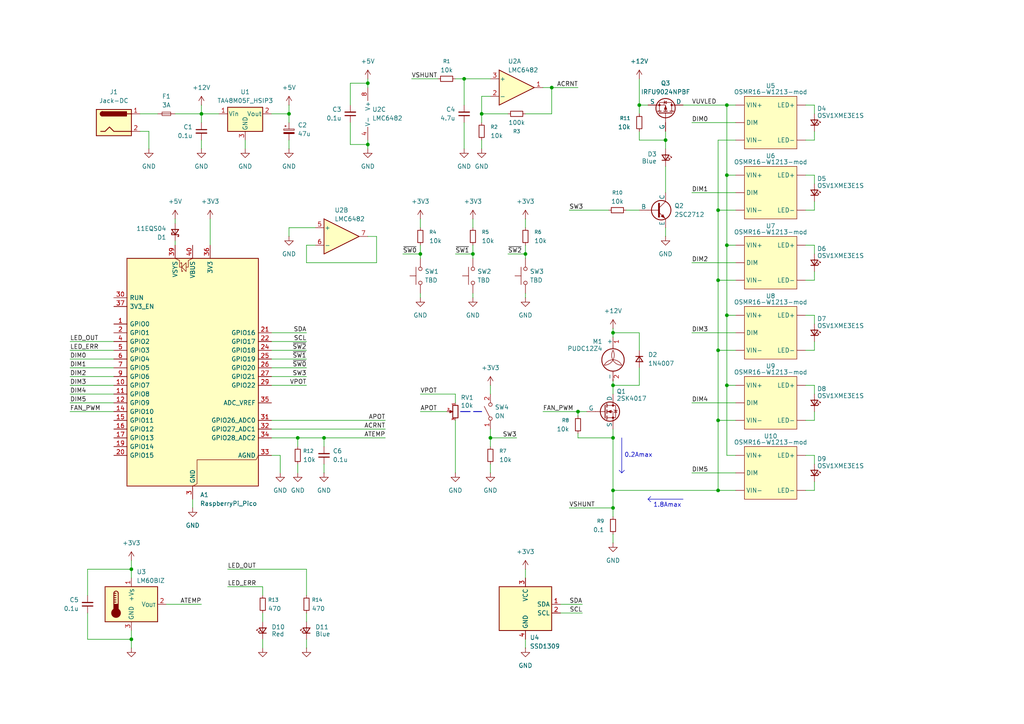
<source format=kicad_sch>
(kicad_sch (version 20250114) (generator "eeschema") (generator_version "9.0")
  (paper "A4")
  (lib_symbols
    (symbol "Amplifier_Operational:LMC6482" (pin_names (offset 0.127))
      (property "Reference" "U" (at 0 5.08 0))
      (property "Value" "LMC6482" (at 0 -5.08 0))
      (symbol "LMC6482_1_1"
        (pin input line (at -7.62 2.54 0) (length 2.54) (name "+") (number "3"))
        (pin input line (at -7.62 -2.54 0) (length 2.54) (name "-") (number "2"))
        (pin output line (at 7.62 0 180) (length 2.54) (name "~") (number "1"))
      )
      (symbol "LMC6482_2_1"
        (pin input line (at -7.62 2.54 0) (length 2.54) (name "+") (number "5"))
        (pin input line (at -7.62 -2.54 0) (length 2.54) (name "-") (number "6"))
        (pin output line (at 7.62 0 180) (length 2.54) (name "~") (number "7"))
      )
      (symbol "LMC6482_3_1"
        (pin power_in line (at -2.54 7.62 270) (length 3.81) (name "V+") (number "8"))
        (pin power_in line (at -2.54 -7.62 90) (length 3.81) (name "V-") (number "4"))
      )
    )
    (symbol "Connector:Jack-DC" (pin_names (offset 1.016))
      (property "Reference" "J" (at 0 5.334 0))
      (property "Value" "Jack-DC" (at 0 -5.08 0))
      (symbol "Jack-DC_1_1"
        (pin passive line (at 7.62 2.54 180) (length 2.54) (name "~") (number "1"))
        (pin passive line (at 7.62 -2.54 180) (length 2.54) (name "~") (number "2"))
      )
    )
    (symbol "Device:C_Polarized_Small" (pin_numbers (hide yes)) (pin_names (offset 0.254) (hide yes))
      (property "Reference" "C" (at 0.254 1.778 0))
      (property "Value" "C_Polarized_Small" (at 0.254 -2.032 0))
      (symbol "C_Polarized_Small_1_1"
        (pin passive line (at 0 2.54 270) (length 1.8542) (name "~") (number "1"))
        (pin passive line (at 0 -2.54 90) (length 1.8542) (name "~") (number "2"))
      )
    )
    (symbol "Device:C_Small" (pin_numbers (hide yes)) (pin_names (offset 0.254) (hide yes))
      (property "Reference" "C" (at 0.254 1.778 0))
      (property "Value" "C_Small" (at 0.254 -2.032 0))
      (symbol "C_Small_1_1"
        (pin passive line (at 0 2.54 270) (length 2.032) (name "~") (number "1"))
        (pin passive line (at 0 -2.54 90) (length 2.032) (name "~") (number "2"))
      )
    )
    (symbol "Device:D_Schottky_Small" (pin_numbers (hide yes)) (pin_names (offset 0.254) (hide yes))
      (property "Reference" "D" (at -1.27 2.032 0))
      (property "Value" "D_Schottky_Small" (at -7.112 -2.032 0))
      (symbol "D_Schottky_Small_1_1"
        (pin passive line (at -2.54 0 0) (length 1.778) (name "K") (number "1"))
        (pin passive line (at 2.54 0 180) (length 1.778) (name "A") (number "2"))
      )
    )
    (symbol "Device:D_Small" (pin_numbers (hide yes)) (pin_names (offset 0.254) (hide yes))
      (property "Reference" "D" (at -1.27 2.032 0))
      (property "Value" "D_Small" (at -3.81 -2.032 0))
      (symbol "D_Small_1_1"
        (pin passive line (at -2.54 0 0) (length 1.778) (name "K") (number "1"))
        (pin passive line (at 2.54 0 180) (length 1.778) (name "A") (number "2"))
      )
    )
    (symbol "Device:Fuse_Small" (pin_numbers (hide yes)) (pin_names (offset 0.254) (hide yes))
      (property "Reference" "F" (at 0 -1.524 0))
      (property "Value" "Fuse_Small" (at 0 1.524 0))
      (symbol "Fuse_Small_1_1"
        (pin passive line (at -2.54 0 0) (length 1.27) (name "~") (number "1"))
        (pin passive line (at 2.54 0 180) (length 1.27) (name "~") (number "2"))
      )
    )
    (symbol "Device:LED_Small" (pin_numbers (hide yes)) (pin_names (offset 0.254) (hide yes))
      (property "Reference" "D" (at -1.27 3.175 0))
      (property "Value" "LED_Small" (at -4.445 -2.54 0))
      (symbol "LED_Small_1_1"
        (pin passive line (at -2.54 0 0) (length 1.778) (name "K") (number "1"))
        (pin passive line (at 2.54 0 180) (length 1.778) (name "A") (number "2"))
      )
    )
    (symbol "Device:R_Potentiometer_Small" (pin_names (offset 1.016) (hide yes))
      (property "Reference" "RV" (at -4.445 0 90))
      (property "Value" "R_Potentiometer_Small" (at -2.54 0 90))
      (symbol "R_Potentiometer_Small_1_1"
        (pin passive line (at 0 2.54 270) (length 0.635) (name "1") (number "1"))
        (pin passive line (at 0 -2.54 90) (length 0.635) (name "3") (number "3"))
        (pin passive line (at 2.54 0 180) (length 0.9906) (name "2") (number "2"))
      )
    )
    (symbol "Device:R_Small" (pin_numbers (hide yes)) (pin_names (offset 0.254) (hide yes))
      (property "Reference" "R" (at 0 0 90))
      (property "Value" "R_Small" (at 1.778 0 90))
      (symbol "R_Small_1_1"
        (pin passive line (at 0 2.54 270) (length 0.762) (name "~") (number "1"))
        (pin passive line (at 0 -2.54 90) (length 0.762) (name "~") (number "2"))
      )
    )
    (symbol "MCU_Module:RaspberryPi_Pico" (pin_names (offset 0.762))
      (property "Reference" "A" (at -19.05 35.56 0))
      (property "Value" "RaspberryPi_Pico" (at 7.62 35.56 0))
      (symbol "RaspberryPi_Pico_1_1"
        (pin passive line (at -22.86 22.86 0) (length 3.81) (name "RUN") (number "30"))
        (pin passive line (at -22.86 20.32 0) (length 3.81) (name "3V3_EN") (number "37"))
        (pin bidirectional line (at -22.86 15.24 0) (length 3.81) (name "GPIO0") (number "1"))
        (pin bidirectional line (at -22.86 12.7 0) (length 3.81) (name "GPIO1") (number "2"))
        (pin bidirectional line (at -22.86 10.16 0) (length 3.81) (name "GPIO2") (number "4"))
        (pin bidirectional line (at -22.86 7.62 0) (length 3.81) (name "GPIO3") (number "5"))
        (pin bidirectional line (at -22.86 5.08 0) (length 3.81) (name "GPIO4") (number "6"))
        (pin bidirectional line (at -22.86 2.54 0) (length 3.81) (name "GPIO5") (number "7"))
        (pin bidirectional line (at -22.86 0 0) (length 3.81) (name "GPIO6") (number "9"))
        (pin bidirectional line (at -22.86 -2.54 0) (length 3.81) (name "GPIO7") (number "10"))
        (pin bidirectional line (at -22.86 -5.08 0) (length 3.81) (name "GPIO8") (number "11"))
        (pin bidirectional line (at -22.86 -7.62 0) (length 3.81) (name "GPIO9") (number "12"))
        (pin bidirectional line (at -22.86 -10.16 0) (length 3.81) (name "GPIO10") (number "14"))
        (pin bidirectional line (at -22.86 -12.7 0) (length 3.81) (name "GPIO11") (number "15"))
        (pin bidirectional line (at -22.86 -15.24 0) (length 3.81) (name "GPIO12") (number "16"))
        (pin bidirectional line (at -22.86 -17.78 0) (length 3.81) (name "GPIO13") (number "17"))
        (pin bidirectional line (at -22.86 -20.32 0) (length 3.81) (name "GPIO14") (number "19"))
        (pin bidirectional line (at -22.86 -22.86 0) (length 3.81) (name "GPIO15") (number "20"))
        (pin power_in line (at -5.08 38.1 270) (length 3.81) (name "VSYS") (number "39"))
        (pin power_out line (at 0 38.1 270) (length 3.81) (name "VBUS") (number "40"))
        (pin passive line (at 0 -35.56 90) (length 3.81) (hide yes) (name "GND") (number "13"))
        (pin passive line (at 0 -35.56 90) (length 3.81) (hide yes) (name "GND") (number "18"))
        (pin passive line (at 0 -35.56 90) (length 3.81) (hide yes) (name "GND") (number "23"))
        (pin passive line (at 0 -35.56 90) (length 3.81) (hide yes) (name "GND") (number "28"))
        (pin power_out line (at 0 -35.56 90) (length 3.81) (name "GND") (number "3"))
        (pin passive line (at 0 -35.56 90) (length 3.81) (hide yes) (name "GND") (number "38"))
        (pin passive line (at 0 -35.56 90) (length 3.81) (hide yes) (name "GND") (number "8"))
        (pin power_out line (at 5.08 38.1 270) (length 3.81) (name "3V3") (number "36"))
        (pin bidirectional line (at 22.86 12.7 180) (length 3.81) (name "GPIO16") (number "21"))
        (pin bidirectional line (at 22.86 10.16 180) (length 3.81) (name "GPIO17") (number "22"))
        (pin bidirectional line (at 22.86 7.62 180) (length 3.81) (name "GPIO18") (number "24"))
        (pin bidirectional line (at 22.86 5.08 180) (length 3.81) (name "GPIO19") (number "25"))
        (pin bidirectional line (at 22.86 2.54 180) (length 3.81) (name "GPIO20") (number "26"))
        (pin bidirectional line (at 22.86 0 180) (length 3.81) (name "GPIO21") (number "27"))
        (pin bidirectional line (at 22.86 -2.54 180) (length 3.81) (name "GPIO22") (number "29"))
        (pin power_in line (at 22.86 -7.62 180) (length 3.81) (name "ADC_VREF") (number "35"))
        (pin bidirectional line (at 22.86 -12.7 180) (length 3.81) (name "GPIO26_ADC0") (number "31"))
        (pin bidirectional line (at 22.86 -15.24 180) (length 3.81) (name "GPIO27_ADC1") (number "32"))
        (pin bidirectional line (at 22.86 -17.78 180) (length 3.81) (name "GPIO28_ADC2") (number "34"))
        (pin power_out line (at 22.86 -22.86 180) (length 3.81) (name "AGND") (number "33"))
      )
    )
    (symbol "Motor:Fan" (pin_names (offset 0))
      (property "Reference" "M" (at 2.54 5.08 0))
      (property "Value" "Fan" (at 2.54 -2.54 0))
      (symbol "Fan_1_1"
        (pin passive line (at 0 7.62 270) (length 2.54) (name "+") (number "1"))
        (pin passive line (at 0 -5.08 90) (length 2.54) (name "-") (number "2"))
      )
    )
    (symbol "OSMR16-W1213-mod_1"
      (property "Reference" "U" (at 0 11.938 0))
      (property "Value" "OSMR16-W1213-mod" (at 0 9.398 0))
      (symbol "OSMR16-W1213-mod_1_1_1"
        (pin power_in line (at -10.16 5.08 0) (length 2.54) (name "VIN+") (number ""))
        (pin input line (at -10.16 0 0) (length 2.54) (name "DIM") (number ""))
        (pin power_in line (at -10.16 -5.08 0) (length 2.54) (name "VIN-") (number ""))
        (pin output line (at 10.16 5.08 180) (length 2.54) (name "LED+") (number ""))
        (pin output line (at 10.16 -5.08 180) (length 2.54) (name "LED-") (number ""))
      )
    )
    (symbol "OSMR16-W1213-mod_2"
      (property "Reference" "U" (at 0 11.938 0))
      (property "Value" "OSMR16-W1213-mod" (at 0 9.398 0))
      (symbol "OSMR16-W1213-mod_2_1_1"
        (pin power_in line (at -10.16 5.08 0) (length 2.54) (name "VIN+") (number ""))
        (pin input line (at -10.16 0 0) (length 2.54) (name "DIM") (number ""))
        (pin power_in line (at -10.16 -5.08 0) (length 2.54) (name "VIN-") (number ""))
        (pin output line (at 10.16 5.08 180) (length 2.54) (name "LED+") (number ""))
        (pin output line (at 10.16 -5.08 180) (length 2.54) (name "LED-") (number ""))
      )
    )
    (symbol "OSMR16-W1213-mod_3"
      (property "Reference" "U" (at 0 11.938 0))
      (property "Value" "OSMR16-W1213-mod" (at 0 9.398 0))
      (symbol "OSMR16-W1213-mod_3_1_1"
        (pin power_in line (at -10.16 5.08 0) (length 2.54) (name "VIN+") (number ""))
        (pin input line (at -10.16 0 0) (length 2.54) (name "DIM") (number ""))
        (pin power_in line (at -10.16 -5.08 0) (length 2.54) (name "VIN-") (number ""))
        (pin output line (at 10.16 5.08 180) (length 2.54) (name "LED+") (number ""))
        (pin output line (at 10.16 -5.08 180) (length 2.54) (name "LED-") (number ""))
      )
    )
    (symbol "OSMR16-W1213-mod_4"
      (property "Reference" "U" (at 0 11.938 0))
      (property "Value" "OSMR16-W1213-mod" (at 0 9.398 0))
      (symbol "OSMR16-W1213-mod_4_1_1"
        (pin power_in line (at -10.16 5.08 0) (length 2.54) (name "VIN+") (number ""))
        (pin input line (at -10.16 0 0) (length 2.54) (name "DIM") (number ""))
        (pin power_in line (at -10.16 -5.08 0) (length 2.54) (name "VIN-") (number ""))
        (pin output line (at 10.16 5.08 180) (length 2.54) (name "LED+") (number ""))
        (pin output line (at 10.16 -5.08 180) (length 2.54) (name "LED-") (number ""))
      )
    )
    (symbol "OSMR16-W1213-mod_5"
      (property "Reference" "U" (at 0 11.938 0))
      (property "Value" "OSMR16-W1213-mod" (at 0 9.398 0))
      (symbol "OSMR16-W1213-mod_5_1_1"
        (pin power_in line (at -10.16 5.08 0) (length 2.54) (name "VIN+") (number ""))
        (pin input line (at -10.16 0 0) (length 2.54) (name "DIM") (number ""))
        (pin power_in line (at -10.16 -5.08 0) (length 2.54) (name "VIN-") (number ""))
        (pin output line (at 10.16 5.08 180) (length 2.54) (name "LED+") (number ""))
        (pin output line (at 10.16 -5.08 180) (length 2.54) (name "LED-") (number ""))
      )
    )
    (symbol "OSMR16-W1213-mod_6"
      (property "Reference" "U" (at 0 11.938 0))
      (property "Value" "OSMR16-W1213-mod" (at 0 9.398 0))
      (symbol "OSMR16-W1213-mod_6_1_1"
        (pin power_in line (at -10.16 5.08 0) (length 2.54) (name "VIN+") (number ""))
        (pin input line (at -10.16 0 0) (length 2.54) (name "DIM") (number ""))
        (pin power_in line (at -10.16 -5.08 0) (length 2.54) (name "VIN-") (number ""))
        (pin output line (at 10.16 5.08 180) (length 2.54) (name "LED+") (number ""))
        (pin output line (at 10.16 -5.08 180) (length 2.54) (name "LED-") (number ""))
      )
    )
    (symbol "Simulation_SPICE:NMOS" (pin_numbers (hide yes)) (pin_names (offset 0))
      (property "Reference" "Q" (at 5.08 1.27 0))
      (property "Value" "NMOS" (at 5.08 -1.27 0))
      (symbol "NMOS_1_1"
        (pin input line (at -5.08 0 0) (length 2.54) (name "G") (number "2"))
        (pin passive line (at 2.54 5.08 270) (length 2.54) (name "D") (number "1"))
        (pin passive line (at 2.54 -5.08 90) (length 2.54) (name "S") (number "3"))
      )
    )
    (symbol "Simulation_SPICE:NPN" (pin_numbers (hide yes)) (pin_names (offset 0))
      (property "Reference" "Q" (at -2.54 7.62 0))
      (property "Value" "NPN" (at -2.54 5.08 0))
      (symbol "NPN_1_1"
        (pin input line (at -5.08 0 0) (length 2.54) (name "B") (number "2"))
        (pin open_collector line (at 2.54 5.08 270) (length 2.54) (name "C") (number "1"))
        (pin open_emitter line (at 2.54 -5.08 90) (length 2.54) (name "E") (number "3"))
      )
    )
    (symbol "Simulation_SPICE:PMOS" (pin_numbers (hide yes)) (pin_names (offset 0))
      (property "Reference" "Q" (at 5.08 1.27 0))
      (property "Value" "PMOS" (at 5.08 -1.27 0))
      (symbol "PMOS_1_1"
        (pin input line (at -5.08 0 0) (length 2.54) (name "G") (number "2"))
        (pin passive line (at 2.54 5.08 270) (length 2.54) (name "D") (number "1"))
        (pin passive line (at 2.54 -5.08 90) (length 2.54) (name "S") (number "3"))
      )
    )
    (symbol "Switch:SW_Push" (pin_numbers (hide yes)) (pin_names (offset 1.016) (hide yes))
      (property "Reference" "SW" (at 1.27 2.54 0))
      (property "Value" "SW_Push" (at 0 -1.524 0))
      (symbol "SW_Push_0_1"
        (pin passive line (at -5.08 0 0) (length 2.54) (name "1") (number "1"))
        (pin passive line (at 5.08 0 180) (length 2.54) (name "2") (number "2"))
      )
    )
    (symbol "Switch:SW_SPST" (pin_names (offset 0) (hide yes))
      (property "Reference" "SW" (at 0 3.175 0))
      (property "Value" "SW_SPST" (at 0 -2.54 0))
      (symbol "SW_SPST_1_1"
        (pin passive line (at -5.08 0 0) (length 2.54) (name "A") (number "1"))
        (pin passive line (at 5.08 0 180) (length 2.54) (name "B") (number "2"))
      )
    )
    (symbol "power:+3V3" (power) (pin_numbers (hide yes)) (pin_names (offset 0) (hide yes))
      (property "Value" "+3V3" (at 0 3.556 0))
      (symbol "+3V3_1_1"
        (pin power_in line (at 0 0 90) (length 0) (name "~") (number "1"))
      )
    )
    (symbol "power:+5V" (power) (pin_numbers (hide yes)) (pin_names (offset 0) (hide yes))
      (property "Value" "+5V" (at 0 3.556 0))
      (symbol "+5V_1_1"
        (pin power_in line (at 0 0 90) (length 0) (name "~") (number "1"))
      )
    )
    (symbol "power:GND" (power) (pin_numbers (hide yes)) (pin_names (offset 0) (hide yes))
      (property "Value" "GND" (at 0 -3.81 0))
      (symbol "GND_1_1"
        (pin power_in line (at 0 0 270) (length 0) (name "~") (number "1"))
      )
    )
    (symbol "shpc_ic:LM60BIZ"
      (property "Reference" "U" (at -6.35 6.35 0))
      (property "Value" "LM60BIZ" (at 1.27 6.35 0))
      (symbol "LM60BIZ_1_1"
        (pin power_in line (at 0 7.62 270) (length 2.54) (name "+V_{S}") (number "1"))
        (pin power_in line (at 0 -7.62 90) (length 2.54) (name "GND") (number "3"))
        (pin output line (at 10.16 0 180) (length 2.54) (name "V_{OUT}") (number "2"))
      )
    )
    (symbol "shpc_ic:TA48M05F_HSIP3" (pin_names (offset 0.254))
      (property "Reference" "U" (at -3.81 3.175 0))
      (property "Value" "TA48M05F_HSIP3" (at 0 3.175 0))
      (symbol "TA48M05F_HSIP3_1_1"
        (pin power_in line (at -7.62 0 0) (length 2.54) (name "Vin") (number "1"))
        (pin power_in line (at 0 -7.62 90) (length 2.54) (name "GND") (number "3"))
        (pin power_out line (at 7.62 0 180) (length 2.54) (name "Vout") (number "2"))
      )
    )
    (symbol "shpc_modules:Generic I2C Device (such as OLED)"
      (property "Reference" "U" (at 2.54 12.7 0))
      (property "Value" "Generic I2C Device (such as OLED)" (at 2.54 10.16 0))
      (symbol "Generic I2C Device (such as OLED)_1_1"
        (pin tri_state line (at -10.16 1.27 0) (length 2.54) (name "SDA") (number "1"))
        (pin tri_state line (at -10.16 -1.27 0) (length 2.54) (name "SCL") (number "2"))
        (pin power_in line (at 0 8.89 270) (length 2.54) (name "VCC") (number "3"))
        (pin power_in line (at 0 -8.89 90) (length 2.54) (name "GND") (number "4"))
      )
    )
  )
  (text "1.8Amax" (at 193.548 146.558 0) (effects (font (size 1.27 1.27))))
  (text "0.2Amax" (at 185.166 132.08 0) (effects (font (size 1.27 1.27))))
  (junction (at 208.28 121.92))
  (junction (at 106.68 24.13))
  (junction (at 160.02 25.4))
  (junction (at 152.4 73.66))
  (junction (at 210.82 71.12))
  (junction (at 167.64 119.38))
  (junction (at 210.82 50.8))
  (junction (at 177.8 111.76))
  (junction (at 210.82 91.44))
  (junction (at 210.82 30.48))
  (junction (at 208.28 81.28))
  (junction (at 83.82 33.02))
  (junction (at 177.8 142.24))
  (junction (at 38.1 165.1))
  (junction (at 177.8 96.52))
  (junction (at 208.28 101.6))
  (junction (at 93.98 127))
  (junction (at 121.92 73.66))
  (junction (at 134.62 22.86))
  (junction (at 185.42 30.48))
  (junction (at 193.04 40.64))
  (junction (at 137.16 73.66))
  (junction (at 38.1 185.42))
  (junction (at 106.68 41.91))
  (junction (at 177.8 147.32))
  (junction (at 58.42 33.02))
  (junction (at 210.82 111.76))
  (junction (at 208.28 60.96))
  (junction (at 86.36 127))
  (junction (at 142.24 127))
  (junction (at 177.8 127))
  (junction (at 139.7 33.02))
  (junction (at 208.28 142.24))
  (wire (pts (xy 185.42 22.86) (xy 185.42 30.48)))
  (wire (pts (xy 181.61 60.96) (xy 185.42 60.96)))
  (wire (pts (xy 177.8 149.86) (xy 177.8 147.32)))
  (wire (pts (xy 119.38 22.86) (xy 127 22.86)))
  (wire (pts (xy 137.16 73.66) (xy 137.16 74.93)))
  (wire (pts (xy 78.74 109.22) (xy 88.9 109.22)))
  (wire (pts (xy 213.36 35.56) (xy 200.66 35.56)))
  (wire (pts (xy 38.1 165.1) (xy 38.1 167.64)))
  (wire (pts (xy 233.68 121.92) (xy 236.22 121.92)))
  (wire (pts (xy 58.42 33.02) (xy 63.5 33.02)))
  (wire (pts (xy 86.36 134.62) (xy 86.36 137.16)))
  (wire (pts (xy 137.16 85.09) (xy 137.16 86.36)))
  (wire (pts (xy 236.22 93.98) (xy 236.22 91.44)))
  (wire (pts (xy 160.02 25.4) (xy 160.02 33.02)))
  (wire (pts (xy 213.36 91.44) (xy 210.82 91.44)))
  (wire (pts (xy 20.32 114.3) (xy 33.02 114.3)))
  (wire (pts (xy 210.82 71.12) (xy 210.82 91.44)))
  (wire (pts (xy 20.32 119.38) (xy 33.02 119.38)))
  (wire (pts (xy 20.32 106.68) (xy 33.02 106.68)))
  (wire (pts (xy 152.4 63.5) (xy 152.4 66.04)))
  (wire (pts (xy 167.64 125.73) (xy 167.64 127)))
  (wire (pts (xy 236.22 119.38) (xy 236.22 121.92)))
  (wire (pts (xy 152.4 33.02) (xy 160.02 33.02)))
  (wire (pts (xy 236.22 114.3) (xy 236.22 111.76)))
  (wire (pts (xy 160.02 25.4) (xy 167.64 25.4)))
  (wire (pts (xy 71.12 40.64) (xy 71.12 43.18)))
  (wire (pts (xy 213.36 121.92) (xy 208.28 121.92)))
  (wire (pts (xy 38.1 162.56) (xy 38.1 165.1)))
  (wire (pts (xy 213.36 137.16) (xy 200.66 137.16)))
  (wire (pts (xy 233.68 71.12) (xy 236.22 71.12)))
  (wire (pts (xy 233.68 40.64) (xy 236.22 40.64)))
  (wire (pts (xy 109.22 68.58) (xy 109.22 76.2)))
  (wire (pts (xy 157.48 119.38) (xy 167.64 119.38)))
  (wire (pts (xy 83.82 66.04) (xy 83.82 68.58)))
  (wire (pts (xy 142.24 111.76) (xy 142.24 114.3)))
  (wire (pts (xy 134.62 22.86) (xy 134.62 30.48)))
  (wire (pts (xy 233.68 132.08) (xy 236.22 132.08)))
  (wire (pts (xy 137.16 63.5) (xy 137.16 66.04)))
  (wire (pts (xy 165.1 147.32) (xy 177.8 147.32)))
  (wire (pts (xy 139.7 33.02) (xy 147.32 33.02)))
  (wire (pts (xy 233.68 142.24) (xy 236.22 142.24)))
  (wire (pts (xy 88.9 76.2) (xy 109.22 76.2)))
  (wire (pts (xy 50.8 33.02) (xy 58.42 33.02)))
  (wire (pts (xy 170.18 119.38) (xy 167.64 119.38)))
  (wire (pts (xy 88.9 177.8) (xy 88.9 180.34)))
  (wire (pts (xy 185.42 38.1) (xy 185.42 40.64)))
  (wire (pts (xy 177.8 110.49) (xy 177.8 111.76)))
  (wire (pts (xy 83.82 66.04) (xy 91.44 66.04)))
  (wire (pts (xy 236.22 38.1) (xy 236.22 40.64)))
  (wire (pts (xy 45.72 33.02) (xy 40.64 33.02)))
  (wire (pts (xy 83.82 33.02) (xy 83.82 35.56)))
  (wire (pts (xy 193.04 66.04) (xy 193.04 68.58)))
  (wire (pts (xy 134.62 22.86) (xy 142.24 22.86)))
  (wire (pts (xy 152.4 85.09) (xy 152.4 86.36)))
  (wire (pts (xy 58.42 30.48) (xy 58.42 33.02)))
  (wire (pts (xy 162.56 177.8) (xy 168.91 177.8)))
  (wire (pts (xy 101.6 35.56) (xy 101.6 41.91)))
  (wire (pts (xy 236.22 99.06) (xy 236.22 101.6)))
  (wire (pts (xy 193.04 55.88) (xy 193.04 48.26)))
  (wire (pts (xy 88.9 71.12) (xy 88.9 76.2)))
  (wire (pts (xy 132.08 114.3) (xy 132.08 116.84)))
  (wire (pts (xy 81.28 132.08) (xy 81.28 137.16)))
  (polyline (pts (xy 187.96 144.78) (xy 188.722 145.542)))
  (wire (pts (xy 139.7 33.02) (xy 139.7 35.56)))
  (wire (pts (xy 83.82 30.48) (xy 83.82 33.02)))
  (wire (pts (xy 78.74 106.68) (xy 88.9 106.68)))
  (wire (pts (xy 210.82 91.44) (xy 210.82 111.76)))
  (wire (pts (xy 66.04 165.1) (xy 88.9 165.1)))
  (wire (pts (xy 76.2 185.42) (xy 76.2 187.96)))
  (wire (pts (xy 236.22 134.62) (xy 236.22 132.08)))
  (wire (pts (xy 137.16 71.12) (xy 137.16 73.66)))
  (wire (pts (xy 152.4 71.12) (xy 152.4 73.66)))
  (wire (pts (xy 48.26 175.26) (xy 58.42 175.26)))
  (wire (pts (xy 25.4 185.42) (xy 38.1 185.42)))
  (wire (pts (xy 213.36 76.2) (xy 200.66 76.2)))
  (wire (pts (xy 83.82 33.02) (xy 78.74 33.02)))
  (wire (pts (xy 213.36 50.8) (xy 210.82 50.8)))
  (polyline (pts (xy 188.722 144.018) (xy 187.96 144.78)))
  (polyline (pts (xy 179.578 136.398) (xy 180.34 137.16)))
  (wire (pts (xy 25.4 177.8) (xy 25.4 185.42)))
  (wire (pts (xy 58.42 35.56) (xy 58.42 33.02)))
  (wire (pts (xy 213.36 96.52) (xy 200.66 96.52)))
  (wire (pts (xy 93.98 127) (xy 93.98 129.54)))
  (wire (pts (xy 177.8 142.24) (xy 177.8 147.32)))
  (wire (pts (xy 236.22 78.74) (xy 236.22 81.28)))
  (wire (pts (xy 86.36 127) (xy 86.36 129.54)))
  (wire (pts (xy 213.36 101.6) (xy 208.28 101.6)))
  (wire (pts (xy 121.92 119.38) (xy 129.54 119.38)))
  (wire (pts (xy 20.32 101.6) (xy 33.02 101.6)))
  (wire (pts (xy 93.98 127) (xy 111.76 127)))
  (wire (pts (xy 106.68 24.13) (xy 106.68 25.4)))
  (wire (pts (xy 50.8 63.5) (xy 50.8 64.77)))
  (wire (pts (xy 20.32 111.76) (xy 33.02 111.76)))
  (wire (pts (xy 208.28 40.64) (xy 208.28 60.96)))
  (wire (pts (xy 88.9 165.1) (xy 88.9 172.72)))
  (wire (pts (xy 78.74 101.6) (xy 88.9 101.6)))
  (wire (pts (xy 132.08 121.92) (xy 132.08 137.16)))
  (wire (pts (xy 233.68 50.8) (xy 236.22 50.8)))
  (wire (pts (xy 213.36 81.28) (xy 208.28 81.28)))
  (wire (pts (xy 147.32 73.66) (xy 152.4 73.66)))
  (wire (pts (xy 177.8 124.46) (xy 177.8 127)))
  (wire (pts (xy 121.92 73.66) (xy 121.92 74.93)))
  (wire (pts (xy 25.4 165.1) (xy 38.1 165.1)))
  (wire (pts (xy 78.74 99.06) (xy 88.9 99.06)))
  (wire (pts (xy 40.64 38.1) (xy 43.18 38.1)))
  (wire (pts (xy 233.68 81.28) (xy 236.22 81.28)))
  (wire (pts (xy 177.8 154.94) (xy 177.8 157.48)))
  (wire (pts (xy 91.44 71.12) (xy 88.9 71.12)))
  (wire (pts (xy 101.6 24.13) (xy 106.68 24.13)))
  (polyline (pts (xy 187.96 144.78) (xy 198.12 144.78)))
  (wire (pts (xy 185.42 96.52) (xy 177.8 96.52)))
  (wire (pts (xy 76.2 170.18) (xy 76.2 172.72)))
  (wire (pts (xy 134.62 35.56) (xy 134.62 43.18)))
  (wire (pts (xy 236.22 53.34) (xy 236.22 50.8)))
  (wire (pts (xy 213.36 132.08) (xy 210.82 132.08)))
  (wire (pts (xy 210.82 132.08) (xy 210.82 111.76)))
  (wire (pts (xy 152.4 73.66) (xy 152.4 74.93)))
  (wire (pts (xy 38.1 182.88) (xy 38.1 185.42)))
  (wire (pts (xy 43.18 43.18) (xy 43.18 38.1)))
  (wire (pts (xy 233.68 60.96) (xy 236.22 60.96)))
  (wire (pts (xy 139.7 27.94) (xy 142.24 27.94)))
  (wire (pts (xy 38.1 185.42) (xy 38.1 187.96)))
  (wire (pts (xy 121.92 71.12) (xy 121.92 73.66)))
  (wire (pts (xy 106.68 40.64) (xy 106.68 41.91)))
  (wire (pts (xy 121.92 85.09) (xy 121.92 86.36)))
  (wire (pts (xy 152.4 165.1) (xy 152.4 167.64)))
  (wire (pts (xy 76.2 177.8) (xy 76.2 180.34)))
  (wire (pts (xy 208.28 60.96) (xy 208.28 81.28)))
  (wire (pts (xy 236.22 33.02) (xy 236.22 30.48)))
  (wire (pts (xy 152.4 187.96) (xy 152.4 185.42)))
  (wire (pts (xy 177.8 111.76) (xy 177.8 114.3)))
  (wire (pts (xy 233.68 91.44) (xy 236.22 91.44)))
  (wire (pts (xy 139.7 27.94) (xy 139.7 33.02)))
  (polyline (pts (xy 180.34 137.16) (xy 180.34 127)))
  (wire (pts (xy 78.74 127) (xy 86.36 127)))
  (wire (pts (xy 185.42 30.48) (xy 185.42 33.02)))
  (wire (pts (xy 121.92 63.5) (xy 121.92 66.04)))
  (wire (pts (xy 66.04 170.18) (xy 76.2 170.18)))
  (wire (pts (xy 213.36 116.84) (xy 200.66 116.84)))
  (wire (pts (xy 185.42 30.48) (xy 187.96 30.48)))
  (wire (pts (xy 20.32 99.06) (xy 33.02 99.06)))
  (wire (pts (xy 109.22 68.58) (xy 106.68 68.58)))
  (wire (pts (xy 142.24 124.46) (xy 142.24 127)))
  (wire (pts (xy 185.42 40.64) (xy 193.04 40.64)))
  (wire (pts (xy 177.8 127) (xy 177.8 142.24)))
  (wire (pts (xy 149.86 127) (xy 142.24 127)))
  (wire (pts (xy 93.98 134.62) (xy 93.98 137.16)))
  (wire (pts (xy 185.42 106.68) (xy 185.42 111.76)))
  (wire (pts (xy 58.42 40.64) (xy 58.42 43.18)))
  (wire (pts (xy 213.36 55.88) (xy 200.66 55.88)))
  (wire (pts (xy 177.8 142.24) (xy 208.28 142.24)))
  (wire (pts (xy 167.64 119.38) (xy 167.64 120.65)))
  (wire (pts (xy 210.82 111.76) (xy 213.36 111.76)))
  (wire (pts (xy 213.36 60.96) (xy 208.28 60.96)))
  (wire (pts (xy 208.28 81.28) (xy 208.28 101.6)))
  (wire (pts (xy 139.7 40.64) (xy 139.7 43.18)))
  (wire (pts (xy 132.08 73.66) (xy 137.16 73.66)))
  (wire (pts (xy 101.6 30.48) (xy 101.6 24.13)))
  (wire (pts (xy 20.32 116.84) (xy 33.02 116.84)))
  (wire (pts (xy 101.6 41.91) (xy 106.68 41.91)))
  (wire (pts (xy 78.74 104.14) (xy 88.9 104.14)))
  (wire (pts (xy 233.68 101.6) (xy 236.22 101.6)))
  (wire (pts (xy 86.36 127) (xy 93.98 127)))
  (wire (pts (xy 116.84 73.66) (xy 121.92 73.66)))
  (wire (pts (xy 233.68 111.76) (xy 236.22 111.76)))
  (wire (pts (xy 208.28 101.6) (xy 208.28 121.92)))
  (polyline (pts (xy 133.604 119.38) (xy 139.7 119.38)) (stroke (width 0.25) (type dash)))
  (wire (pts (xy 213.36 40.64) (xy 208.28 40.64)))
  (wire (pts (xy 78.74 124.46) (xy 111.76 124.46)))
  (wire (pts (xy 236.22 58.42) (xy 236.22 60.96)))
  (wire (pts (xy 50.8 69.85) (xy 50.8 71.12)))
  (wire (pts (xy 132.08 22.86) (xy 134.62 22.86)))
  (wire (pts (xy 210.82 50.8) (xy 210.82 71.12)))
  (wire (pts (xy 213.36 71.12) (xy 210.82 71.12)))
  (wire (pts (xy 208.28 142.24) (xy 213.36 142.24)))
  (wire (pts (xy 177.8 95.25) (xy 177.8 96.52)))
  (wire (pts (xy 165.1 60.96) (xy 176.53 60.96)))
  (wire (pts (xy 60.96 63.5) (xy 60.96 71.12)))
  (wire (pts (xy 193.04 40.64) (xy 193.04 38.1)))
  (wire (pts (xy 208.28 121.92) (xy 208.28 142.24)))
  (wire (pts (xy 78.74 132.08) (xy 81.28 132.08)))
  (wire (pts (xy 167.64 127) (xy 177.8 127)))
  (wire (pts (xy 210.82 30.48) (xy 213.36 30.48)))
  (wire (pts (xy 236.22 139.7) (xy 236.22 142.24)))
  (wire (pts (xy 210.82 30.48) (xy 210.82 50.8)))
  (wire (pts (xy 83.82 40.64) (xy 83.82 43.18)))
  (polyline (pts (xy 180.34 137.16) (xy 181.102 136.398)))
  (wire (pts (xy 193.04 40.64) (xy 193.04 43.18)))
  (wire (pts (xy 142.24 134.62) (xy 142.24 137.16)))
  (wire (pts (xy 25.4 172.72) (xy 25.4 165.1)))
  (wire (pts (xy 121.92 114.3) (xy 132.08 114.3)))
  (wire (pts (xy 142.24 127) (xy 142.24 129.54)))
  (wire (pts (xy 55.88 144.78) (xy 55.88 147.32)))
  (wire (pts (xy 20.32 109.22) (xy 33.02 109.22)))
  (wire (pts (xy 106.68 22.86) (xy 106.68 24.13)))
  (wire (pts (xy 106.68 41.91) (xy 106.68 43.18)))
  (wire (pts (xy 233.68 30.48) (xy 236.22 30.48)))
  (wire (pts (xy 78.74 121.92) (xy 111.76 121.92)))
  (wire (pts (xy 20.32 104.14) (xy 33.02 104.14)))
  (wire (pts (xy 198.12 30.48) (xy 210.82 30.48)))
  (wire (pts (xy 185.42 101.6) (xy 185.42 96.52)))
  (wire (pts (xy 185.42 111.76) (xy 177.8 111.76)))
  (wire (pts (xy 88.9 185.42) (xy 88.9 187.96)))
  (wire (pts (xy 78.74 111.76) (xy 88.9 111.76)))
  (wire (pts (xy 177.8 96.52) (xy 177.8 97.79)))
  (wire (pts (xy 78.74 96.52) (xy 88.9 96.52)))
  (wire (pts (xy 160.02 25.4) (xy 157.48 25.4)))
  (wire (pts (xy 236.22 73.66) (xy 236.22 71.12)))
  (wire (pts (xy 162.56 175.26) (xy 168.91 175.26)))
  (label "LED_OUT" (at 66.04 165.1 0))
  (label "~{SW0}" (at 116.84 73.66 0))
  (label "LED_OUT" (at 20.32 99.06 0))
  (label "DIM5" (at 20.32 116.84 0))
  (label "DIM4" (at 200.66 116.84 0))
  (label "~{SW2}" (at 147.32 73.66 0))
  (label "~{SW1}" (at 88.9 104.14 180))
  (label "LED_ERR" (at 20.32 101.6 0))
  (label "SCL" (at 88.9 99.06 180))
  (label "SCL" (at 168.91 177.8 180))
  (label "~{SW0}" (at 88.9 106.68 180))
  (label "SDA" (at 88.9 96.52 180))
  (label "ATEMP" (at 111.76 127 180))
  (label "ACRNT" (at 167.64 25.4 180))
  (label "DIM2" (at 200.66 76.2 0))
  (label "DIM1" (at 20.32 106.68 0))
  (label "SDA" (at 168.91 175.26 180))
  (label "DIM1" (at 200.66 55.88 0))
  (label "~{SW1}" (at 132.08 73.66 0))
  (label "DIM0" (at 20.32 104.14 0))
  (label "DIM5" (at 200.66 137.16 0))
  (label "ATEMP" (at 58.42 175.26 180))
  (label "DIM4" (at 20.32 114.3 0))
  (label "~{SW2}" (at 88.9 101.6 180))
  (label "VUVLED" (at 200.66 30.48 0))
  (label "APOT" (at 121.92 119.38 0))
  (label "FAN_PWM" (at 157.48 119.38 0))
  (label "SW3" (at 165.1 60.96 0))
  (label "APOT" (at 111.76 121.92 180))
  (label "SW3" (at 149.86 127 180))
  (label "DIM0" (at 200.66 35.56 0))
  (label "DIM2" (at 20.32 109.22 0))
  (label "DIM3" (at 20.32 111.76 0))
  (label "SW3" (at 88.9 109.22 180))
  (label "ACRNT" (at 111.76 124.46 180))
  (label "DIM3" (at 200.66 96.52 0))
  (label "FAN_PWM" (at 20.32 119.38 0))
  (label "VPOT" (at 121.92 114.3 0))
  (label "VSHUNT" (at 165.1 147.32 0))
  (label "LED_ERR" (at 66.04 170.18 0))
  (label "VPOT" (at 88.9 111.76 180))
  (label "VSHUNT" (at 119.38 22.86 0))
  (symbol (lib_id "power:+5V") (at 185.42 22.86 0) (unit 1)
    (property "Reference" "#PWR?" (effects (hide yes)))
    (property "Value" "+12V" (at 185.42 17.78 0))
    (property "Description" "Power symbol creates a global label with name \"+5V\"" (effects (hide yes)))
  )
  (symbol (lib_id "Device:R_Small") (at 76.2 175.26 180) (unit 1)
    (property "Reference" "R13" (at 77.724 173.99 0) (effects (font (size 1.016 1.016)) (justify right)))
    (property "Value" "470" (at 77.724 176.53 0) (effects (justify right)))
    (property "Description" "Resistor, small symbol" (effects (hide yes)))
  )
  (symbol (lib_id "power:GND") (at 71.12 43.18 0) (unit 1)
    (property "Reference" "#PWR?" (effects (hide yes)))
    (property "Value" "GND" (at 71.12 48.26 0))
    (property "Description" "Power symbol creates a global label with name \"GND\" , ground" (effects (hide yes)))
  )
  (symbol (lib_id "power:GND") (at 137.16 86.36 0) (unit 1)
    (property "Reference" "#PWR?" (effects (hide yes)))
    (property "Value" "GND" (at 137.16 91.44 0))
    (property "Description" "Power symbol creates a global label with name \"GND\" , ground" (effects (hide yes)))
  )
  (symbol (lib_id "power:GND") (at 76.2 187.96 0) (mirror y) (unit 1)
    (property "Reference" "#PWR04" (effects (hide yes)))
    (property "Value" "GND" (effects (hide yes)))
    (property "Description" "Power symbol creates a global label with name \"GND\" , ground" (effects (hide yes)))
  )
  (symbol (lib_id "Device:C_Small") (at 134.62 33.02 0) (mirror x) (unit 1)
    (property "Reference" "C4" (at 132.08 31.7435 0) (effects (justify right)))
    (property "Value" "4.7u" (at 132.08 34.2835 0) (effects (justify right)))
    (property "Description" "Unpolarized capacitor, small symbol" (effects (hide yes)))
  )
  (symbol (lib_id "Device:R_Small") (at 139.7 38.1 180) (unit 1)
    (property "Reference" "R2" (at 142.24 36.8299 0) (effects (font (size 1.016 1.016)) (justify right)))
    (property "Value" "10k" (at 142.24 39.3699 0) (effects (justify right)))
    (property "Description" "Resistor, small symbol" (effects (hide yes)))
  )
  (symbol (lib_id "power:GND") (at 83.82 43.18 0) (unit 1)
    (property "Reference" "#PWR?" (effects (hide yes)))
    (property "Value" "GND" (at 83.82 48.26 0))
    (property "Description" "Power symbol creates a global label with name \"GND\" , ground" (effects (hide yes)))
  )
  (symbol (lib_id "power:GND") (at 134.62 43.18 0) (mirror y) (unit 1)
    (property "Reference" "#PWR?" (effects (hide yes)))
    (property "Value" "GND" (at 134.62 48.26 0))
    (property "Description" "Power symbol creates a global label with name \"GND\" , ground" (effects (hide yes)))
  )
  (symbol (lib_id "Simulation_SPICE:NPN") (at 190.5 60.96 0) (unit 1)
    (property "Reference" "Q2" (at 195.58 59.6899 0) (effects (justify left)))
    (property "Value" "2SC2712" (at 195.58 62.2299 0) (effects (justify left)))
    (property "Datasheet" "https://ngspice.sourceforge.io/docs/ngspice-html-manual/manual.xhtml#cha_BJTs" (effects (hide yes)))
    (property "Description" "Bipolar transistor symbol for simulation only, substrate tied to the emitter" (effects (hide yes)))
    (property "Sim.Device" "NPN" (effects (hide yes)))
    (property "Sim.Type" "GUMMELPOON" (effects (hide yes)))
    (property "Sim.Pins" "1=C 2=B 3=E" (effects (hide yes)))
  )
  (symbol (lib_id "Device:R_Small") (at 137.16 68.58 180) (unit 1)
    (property "Reference" "R5" (at 139.7 67.3099 0) (effects (font (size 1.016 1.016)) (justify right)))
    (property "Value" "10k" (at 139.7 69.8499 0) (effects (justify right)))
    (property "Description" "Resistor, small symbol" (effects (hide yes)))
  )
  (symbol (lib_id "Switch:SW_Push") (at 121.92 80.01 90) (unit 1)
    (property "Reference" "SW1" (at 123.19 78.7399 90) (effects (justify right)))
    (property "Value" "TBD" (at 123.19 81.2799 90) (effects (justify right)))
    (property "Description" "Push button switch, generic, two pins" (effects (hide yes)))
  )
  (symbol (lib_id "Device:C_Small") (at 101.6 33.02 0) (mirror x) (unit 1)
    (property "Reference" "C3" (at 99.06 31.7435 0) (effects (justify right)))
    (property "Value" "0.1u" (at 99.06 34.2835 0) (effects (justify right)))
    (property "Description" "Unpolarized capacitor, small symbol" (effects (hide yes)))
  )
  (symbol (lib_id "Simulation_SPICE:NMOS") (at 175.26 119.38 0) (unit 1)
    (property "Reference" "Q1" (at 178.816 113.538 0) (effects (justify left)))
    (property "Value" "2SK4017" (at 178.816 115.57 0) (effects (justify left)))
    (property "Datasheet" "https://ngspice.sourceforge.io/docs/ngspice-html-manual/manual.xhtml#cha_MOSFETs" (effects (hide yes)))
    (property "Description" "N-MOSFET transistor, drain/source/gate" (effects (hide yes)))
    (property "Sim.Device" "NMOS" (effects (hide yes)))
    (property "Sim.Type" "VDMOS" (effects (hide yes)))
    (property "Sim.Pins" "1=D 2=G 3=S" (effects (hide yes)))
  )
  (symbol (lib_id "Simulation_SPICE:PMOS") (at 193.04 33.02 270) (mirror x) (unit 1)
    (property "Reference" "Q3" (at 193.04 24.13 90))
    (property "Value" "IRFU9024NPBF" (at 193.04 26.67 90))
    (property "Datasheet" "https://ngspice.sourceforge.io/docs/ngspice-html-manual/manual.xhtml#cha_MOSFETs" (effects (hide yes)))
    (property "Description" "P-MOSFET transistor, drain/source/gate" (effects (hide yes)))
    (property "Sim.Device" "PMOS" (effects (hide yes)))
    (property "Sim.Type" "VDMOS" (effects (hide yes)))
    (property "Sim.Pins" "1=D 2=G 3=S" (effects (hide yes)))
  )
  (symbol (lib_name "OSMR16-W1213-mod_6") (lib_id "shpc_modules:OSMR16-W1213-mod") (at 223.52 137.16 0) (unit 1)
    (property "Reference" "U10" (at 223.52 126.492 0))
    (property "Value" "OSMR16-W1213-mod" (at 223.52 128.27 0))
  )
  (symbol (lib_id "power:+3V3") (at 121.92 63.5 0) (unit 1)
    (property "Reference" "#PWR?" (effects (hide yes)))
    (property "Value" "+3V3" (at 121.92 58.42 0))
    (property "Description" "Power symbol creates a global label with name \"+3V3\"" (effects (hide yes)))
  )
  (symbol (lib_id "Device:R_Small") (at 86.36 132.08 180) (unit 1)
    (property "Reference" "R12" (at 87.884 130.81 0) (effects (font (size 1.016 1.016)) (justify right)))
    (property "Value" "10k" (at 87.884 133.35 0) (effects (justify right)))
    (property "Description" "Resistor, small symbol" (effects (hide yes)))
  )
  (symbol (lib_id "Device:LED_Small") (at 76.2 182.88 90) (unit 1)
    (property "Reference" "D10" (at 78.74 181.864 90) (effects (justify right)))
    (property "Value" "Red" (at 78.74 183.896 90) (effects (justify right)))
    (property "Description" "Light emitting diode, small symbol" (effects (hide yes)))
    (property "Sim.Pin" "1=K 2=A" (effects (hide yes)))
  )
  (symbol (lib_id "power:GND") (at 93.98 137.16 0) (mirror y) (unit 1)
    (property "Reference" "#PWR03" (effects (hide yes)))
    (property "Value" "GND" (at 93.98 142.24 0))
    (property "Description" "Power symbol creates a global label with name \"GND\" , ground" (effects (hide yes)))
  )
  (symbol (lib_id "Motor:Fan") (at 177.8 105.41 0) (mirror y) (unit 1)
    (property "Reference" "M1" (at 174.752 99.06 0) (effects (justify left)))
    (property "Value" "PUDC12Z4" (at 174.752 101.092 0) (effects (justify left)))
    (property "Description" "Fan" (effects (hide yes)))
  )
  (symbol (lib_id "power:GND") (at 43.18 43.18 0) (unit 1)
    (property "Reference" "#PWR?" (effects (hide yes)))
    (property "Value" "GND" (at 43.18 48.26 0))
    (property "Description" "Power symbol creates a global label with name \"GND\" , ground" (effects (hide yes)))
  )
  (symbol (lib_id "Device:R_Potentiometer_Small") (at 132.08 119.38 0) (mirror y) (unit 1)
    (property "Reference" "RV1" (at 133.604 115.316 0) (effects (justify right)))
    (property "Value" "10k" (at 133.604 117.602 0) (effects (justify right)))
    (property "Description" "Potentiometer" (effects (hide yes)))
  )
  (symbol (lib_id "power:GND") (at 121.92 86.36 0) (unit 1)
    (property "Reference" "#PWR?" (effects (hide yes)))
    (property "Value" "GND" (at 121.92 91.44 0))
    (property "Description" "Power symbol creates a global label with name \"GND\" , ground" (effects (hide yes)))
  )
  (symbol (lib_id "power:+3V3") (at 152.4 63.5 0) (unit 1)
    (property "Reference" "#PWR?" (effects (hide yes)))
    (property "Value" "+3V3" (at 152.4 58.42 0))
    (property "Description" "Power symbol creates a global label with name \"+3V3\"" (effects (hide yes)))
  )
  (symbol (lib_id "Device:R_Small") (at 167.64 123.19 0) (mirror x) (unit 1)
    (property "Reference" "R8" (at 165.1 121.9199 0) (effects (font (size 1.016 1.016)) (justify right)))
    (property "Value" "10k" (at 165.1 124.4599 0) (effects (justify right)))
    (property "Description" "Resistor, small symbol" (effects (hide yes)))
  )
  (symbol (lib_id "power:+3V3") (at 106.68 22.86 0) (unit 1)
    (property "Reference" "#PWR?" (effects (hide yes)))
    (property "Value" "+5V" (at 106.68 17.78 0))
    (property "Description" "Power symbol creates a global label with name \"+3V3\"" (effects (hide yes)))
  )
  (symbol (lib_id "Device:R_Small") (at 152.4 68.58 180) (unit 1)
    (property "Reference" "R6" (at 154.94 67.3099 0) (effects (font (size 1.016 1.016)) (justify right)))
    (property "Value" "10k" (at 154.94 69.8499 0) (effects (justify right)))
    (property "Description" "Resistor, small symbol" (effects (hide yes)))
  )
  (symbol (lib_id "power:+3V3") (at 142.24 111.76 0) (unit 1)
    (property "Reference" "#PWR?" (effects (hide yes)))
    (property "Value" "+3V3" (at 142.24 106.68 0))
    (property "Description" "Power symbol creates a global label with name \"+3V3\"" (effects (hide yes)))
  )
  (symbol (lib_id "Amplifier_Operational:LMC6482") (at 149.86 25.4 0) (unit 1)
    (property "Reference" "U2" (at 147.32 17.78 0) (effects (justify left)))
    (property "Value" "LMC6482" (at 147.32 20.32 0) (effects (justify left)))
    (property "Datasheet" "http://www.ti.com/lit/ds/symlink/lmc6482.pdf" (effects (hide yes)))
    (property "Description" "Dual CMOS Rail-to-Rail Input and Output Operational Amplifier, DIP-8/SOIC-8, SSOP-8" (effects (hide yes)))
  )
  (symbol (lib_id "Device:R_Small") (at 149.86 33.02 90) (mirror x) (unit 1)
    (property "Reference" "R3" (at 149.86 38.1 90) (effects (font (size 1.016 1.016))))
    (property "Value" "100k" (at 149.86 35.56 90))
    (property "Description" "Resistor, small symbol" (effects (hide yes)))
  )
  (symbol (lib_id "Device:R_Small") (at 121.92 68.58 180) (unit 1)
    (property "Reference" "R4" (at 124.46 67.3099 0) (effects (font (size 1.016 1.016)) (justify right)))
    (property "Value" "10k" (at 124.46 69.8499 0) (effects (justify right)))
    (property "Description" "Resistor, small symbol" (effects (hide yes)))
  )
  (symbol (lib_id "Device:R_Small") (at 177.8 152.4 0) (mirror x) (unit 1)
    (property "Reference" "R9" (at 175.26 151.1299 0) (effects (font (size 1.016 1.016)) (justify right)))
    (property "Value" "0.1" (at 175.26 153.6699 0) (effects (justify right)))
    (property "Description" "Resistor, small symbol" (effects (hide yes)))
  )
  (symbol (lib_id "shpc_modules:Generic I2C Device (such as OLED)") (at 152.4 176.53 0) (mirror y) (unit 1)
    (property "Reference" "U4" (at 153.67 184.912 0) (effects (justify right)))
    (property "Value" "SSD1309" (at 153.67 187.452 0) (effects (justify right)))
  )
  (symbol (lib_id "power:GND") (at 86.36 137.16 0) (mirror y) (unit 1)
    (property "Reference" "#PWR02" (effects (hide yes)))
    (property "Value" "GND" (at 86.36 142.24 0))
    (property "Description" "Power symbol creates a global label with name \"GND\" , ground" (effects (hide yes)))
  )
  (symbol (lib_name "OSMR16-W1213-mod_2") (lib_id "shpc_modules:OSMR16-W1213-mod") (at 223.52 55.88 0) (unit 1)
    (property "Reference" "U6" (at 223.52 45.212 0))
    (property "Value" "OSMR16-W1213-mod" (at 223.52 46.99 0))
  )
  (symbol (lib_id "Device:C_Small") (at 25.4 175.26 0) (mirror x) (unit 1)
    (property "Reference" "C5" (at 22.86 173.9835 0) (effects (justify right)))
    (property "Value" "0.1u" (at 22.86 176.5235 0) (effects (justify right)))
    (property "Description" "Unpolarized capacitor, small symbol" (effects (hide yes)))
  )
  (symbol (lib_id "Connector:Jack-DC") (at 33.02 35.56 0) (unit 1)
    (property "Reference" "J1" (at 33.02 26.67 0))
    (property "Value" "Jack-DC" (at 33.02 29.21 0))
    (property "Description" "DC Barrel Jack" (effects (hide yes)))
  )
  (symbol (lib_id "power:+5V") (at 58.42 30.48 0) (unit 1)
    (property "Reference" "#PWR?" (effects (hide yes)))
    (property "Value" "+12V" (at 58.42 25.4 0))
    (property "Description" "Power symbol creates a global label with name \"+5V\"" (effects (hide yes)))
  )
  (symbol (lib_id "power:GND") (at 193.04 68.58 0) (mirror y) (unit 1)
    (property "Reference" "#PWR?" (effects (hide yes)))
    (property "Value" "GND" (at 193.04 73.66 0))
    (property "Description" "Power symbol creates a global label with name \"GND\" , ground" (effects (hide yes)))
  )
  (symbol (lib_id "Device:R_Small") (at 179.07 60.96 90) (unit 1)
    (property "Reference" "R10" (at 179.07 55.88 90) (effects (font (size 1.016 1.016))))
    (property "Value" "10k" (at 179.07 58.42 90))
    (property "Description" "Resistor, small symbol" (effects (hide yes)))
  )
  (symbol (lib_id "power:GND") (at 106.68 43.18 0) (unit 1)
    (property "Reference" "#PWR?" (effects (hide yes)))
    (property "Value" "GND" (at 106.68 48.26 0))
    (property "Description" "Power symbol creates a global label with name \"GND\" , ground" (effects (hide yes)))
  )
  (symbol (lib_id "Device:LED_Small") (at 236.22 137.16 270) (mirror x) (unit 1)
    (property "Reference" "D9" (at 236.982 133.096 90) (effects (justify left)))
    (property "Value" "OSV1XME3E1S" (at 236.982 135.128 90) (effects (justify left)))
    (property "Description" "Light emitting diode, small symbol" (effects (hide yes)))
    (property "Sim.Pin" "1=K 2=A" (effects (hide yes)))
  )
  (symbol (lib_id "Device:D_Schottky_Small") (at 50.8 67.31 270) (mirror x) (unit 1)
    (property "Reference" "D1" (at 48.26 68.8341 90) (effects (justify right)))
    (property "Value" "11EQS04" (at 48.26 66.2941 90) (effects (justify right)))
    (property "Description" "Schottky diode, small symbol" (effects (hide yes)))
  )
  (symbol (lib_id "Device:LED_Small") (at 236.22 116.84 270) (mirror x) (unit 1)
    (property "Reference" "D8" (at 236.982 112.776 90) (effects (justify left)))
    (property "Value" "OSV1XME3E1S" (at 236.982 114.808 90) (effects (justify left)))
    (property "Description" "Light emitting diode, small symbol" (effects (hide yes)))
    (property "Sim.Pin" "1=K 2=A" (effects (hide yes)))
  )
  (symbol (lib_id "power:+3V3") (at 83.82 30.48 0) (unit 1)
    (property "Reference" "#PWR?" (effects (hide yes)))
    (property "Value" "+5V" (at 83.82 25.4 0))
    (property "Description" "Power symbol creates a global label with name \"+3V3\"" (effects (hide yes)))
  )
  (symbol (lib_id "Device:LED_Small") (at 88.9 182.88 90) (unit 1)
    (property "Reference" "D11" (at 91.44 181.864 90) (effects (justify right)))
    (property "Value" "Blue" (at 91.44 183.896 90) (effects (justify right)))
    (property "Description" "Light emitting diode, small symbol" (effects (hide yes)))
    (property "Sim.Pin" "1=K 2=A" (effects (hide yes)))
  )
  (symbol (lib_name "OSMR16-W1213-mod_5") (lib_id "shpc_modules:OSMR16-W1213-mod") (at 223.52 116.84 0) (unit 1)
    (property "Reference" "U9" (at 223.52 106.172 0))
    (property "Value" "OSMR16-W1213-mod" (at 223.52 107.95 0))
  )
  (symbol (lib_id "power:GND") (at 139.7 43.18 0) (mirror y) (unit 1)
    (property "Reference" "#PWR?" (effects (hide yes)))
    (property "Value" "GND" (at 139.7 48.26 0))
    (property "Description" "Power symbol creates a global label with name \"GND\" , ground" (effects (hide yes)))
  )
  (symbol (lib_id "Switch:SW_Push") (at 137.16 80.01 90) (unit 1)
    (property "Reference" "SW2" (at 138.43 78.7399 90) (effects (justify right)))
    (property "Value" "TBD" (at 138.43 81.2799 90) (effects (justify right)))
    (property "Description" "Push button switch, generic, two pins" (effects (hide yes)))
  )
  (symbol (lib_name "OSMR16-W1213-mod_3") (lib_id "shpc_modules:OSMR16-W1213-mod") (at 223.52 76.2 0) (unit 1)
    (property "Reference" "U7" (at 223.52 65.532 0))
    (property "Value" "OSMR16-W1213-mod" (at 223.52 67.31 0))
  )
  (symbol (lib_id "power:GND") (at 152.4 187.96 0) (unit 1)
    (property "Reference" "#PWR?" (effects (hide yes)))
    (property "Value" "GND" (at 152.4 193.04 0))
    (property "Description" "Power symbol creates a global label with name \"GND\" , ground" (effects (hide yes)))
  )
  (symbol (lib_name "OSMR16-W1213-mod_4") (lib_id "shpc_modules:OSMR16-W1213-mod") (at 223.52 96.52 0) (unit 1)
    (property "Reference" "U8" (at 223.52 85.852 0))
    (property "Value" "OSMR16-W1213-mod" (at 223.52 87.63 0))
  )
  (symbol (lib_id "power:+3V3") (at 137.16 63.5 0) (unit 1)
    (property "Reference" "#PWR?" (effects (hide yes)))
    (property "Value" "+3V3" (at 137.16 58.42 0))
    (property "Description" "Power symbol creates a global label with name \"+3V3\"" (effects (hide yes)))
  )
  (symbol (lib_id "power:+5V") (at 177.8 95.25 0) (unit 1)
    (property "Reference" "#PWR?" (effects (hide yes)))
    (property "Value" "+12V" (at 177.8 90.17 0))
    (property "Description" "Power symbol creates a global label with name \"+5V\"" (effects (hide yes)))
  )
  (symbol (lib_id "power:+3V3") (at 38.1 162.56 0) (unit 1)
    (property "Reference" "#PWR?" (effects (hide yes)))
    (property "Value" "+3V3" (at 38.1 157.48 0))
    (property "Description" "Power symbol creates a global label with name \"+3V3\"" (effects (hide yes)))
  )
  (symbol (lib_id "Device:R_Small") (at 185.42 35.56 0) (mirror x) (unit 1)
    (property "Reference" "R11" (at 182.88 34.2899 0) (effects (font (size 1.016 1.016)) (justify right)))
    (property "Value" "10k" (at 182.88 36.8299 0) (effects (justify right)))
    (property "Description" "Resistor, small symbol" (effects (hide yes)))
  )
  (symbol (lib_id "Device:LED_Small") (at 236.22 76.2 270) (mirror x) (unit 1)
    (property "Reference" "D6" (at 236.982 72.136 90) (effects (justify left)))
    (property "Value" "OSV1XME3E1S" (at 236.982 74.168 90) (effects (justify left)))
    (property "Description" "Light emitting diode, small symbol" (effects (hide yes)))
    (property "Sim.Pin" "1=K 2=A" (effects (hide yes)))
  )
  (symbol (lib_id "Device:R_Small") (at 129.54 22.86 90) (unit 1)
    (property "Reference" "R1" (at 129.54 17.78 90) (effects (font (size 1.016 1.016))))
    (property "Value" "10k" (at 129.54 20.32 90))
    (property "Description" "Resistor, small symbol" (effects (hide yes)))
  )
  (symbol (lib_id "power:GND") (at 58.42 43.18 0) (unit 1)
    (property "Reference" "#PWR?" (effects (hide yes)))
    (property "Value" "GND" (at 58.42 48.26 0))
    (property "Description" "Power symbol creates a global label with name \"GND\" , ground" (effects (hide yes)))
  )
  (symbol (lib_id "Device:LED_Small") (at 236.22 35.56 270) (mirror x) (unit 1)
    (property "Reference" "D4" (at 236.982 31.496 90) (effects (justify left)))
    (property "Value" "OSV1XME3E1S" (at 236.982 33.528 90) (effects (justify left)))
    (property "Description" "Light emitting diode, small symbol" (effects (hide yes)))
    (property "Sim.Pin" "1=K 2=A" (effects (hide yes)))
  )
  (symbol (lib_id "Device:R_Small") (at 88.9 175.26 180) (unit 1)
    (property "Reference" "R14" (at 90.424 173.99 0) (effects (font (size 1.016 1.016)) (justify right)))
    (property "Value" "470" (at 90.424 176.53 0) (effects (justify right)))
    (property "Description" "Resistor, small symbol" (effects (hide yes)))
  )
  (symbol (lib_id "Device:R_Small") (at 142.24 132.08 180) (unit 1)
    (property "Reference" "R7" (at 144.78 130.8099 0) (effects (font (size 1.016 1.016)) (justify right)))
    (property "Value" "10k" (at 144.78 133.3499 0) (effects (justify right)))
    (property "Description" "Resistor, small symbol" (effects (hide yes)))
  )
  (symbol (lib_id "Amplifier_Operational:LMC6482") (at 109.22 33.02 0) (unit 3)
    (property "Reference" "U2" (at 107.95 31.7499 0) (effects (justify left)))
    (property "Value" "LMC6482" (at 107.95 34.2899 0) (effects (justify left)))
    (property "Datasheet" "http://www.ti.com/lit/ds/symlink/lmc6482.pdf" (effects (hide yes)))
    (property "Description" "Dual CMOS Rail-to-Rail Input and Output Operational Amplifier, DIP-8/SOIC-8, SSOP-8" (effects (hide yes)))
  )
  (symbol (lib_name "OSMR16-W1213-mod_1") (lib_id "shpc_modules:OSMR16-W1213-mod") (at 223.52 35.56 0) (unit 1)
    (property "Reference" "U5" (at 223.52 24.892 0))
    (property "Value" "OSMR16-W1213-mod" (at 223.52 26.67 0))
  )
  (symbol (lib_id "Switch:SW_SPST") (at 142.24 119.38 90) (unit 1)
    (property "Reference" "SW4" (at 143.51 118.1099 90) (effects (justify right)))
    (property "Value" "ON" (at 143.51 120.6499 90) (effects (justify right)))
    (property "Description" "Single Pole Single Throw (SPST) switch" (effects (hide yes)))
  )
  (symbol (lib_id "power:GND") (at 177.8 157.48 0) (unit 1)
    (property "Reference" "#PWR?" (effects (hide yes)))
    (property "Value" "GND" (at 177.8 162.56 0))
    (property "Description" "Power symbol creates a global label with name \"GND\" , ground" (effects (hide yes)))
  )
  (symbol (lib_id "power:GND") (at 142.24 137.16 0) (mirror y) (unit 1)
    (property "Reference" "#PWR?" (effects (hide yes)))
    (property "Value" "GND" (at 142.24 142.24 0))
    (property "Description" "Power symbol creates a global label with name \"GND\" , ground" (effects (hide yes)))
  )
  (symbol (lib_id "MCU_Module:RaspberryPi_Pico") (at 55.88 109.22 0) (unit 1)
    (property "Reference" "A1" (at 58.0233 143.51 0) (effects (justify left)))
    (property "Value" "RaspberryPi_Pico" (at 58.0233 146.05 0) (effects (justify left)))
    (property "Footprint" "Module:RaspberryPi_Pico_Common_Unspecified" (effects (hide yes)))
    (property "Datasheet" "https://datasheets.raspberrypi.com/pico/pico-datasheet.pdf" (effects (hide yes)))
    (property "Description" "Versatile and inexpensive microcontroller module powered by RP2040 dual-core Arm Cortex-M0+ processor up to 133 MHz, 264kB SRAM, 2MB QSPI flash; also supports Raspberry Pi Pico 2" (effects (hide yes)))
  )
  (symbol (lib_id "Device:LED_Small") (at 193.04 45.72 270) (mirror x) (unit 1)
    (property "Reference" "D3" (at 190.5 44.704 90) (effects (justify right)))
    (property "Value" "Blue" (at 190.5 46.736 90) (effects (justify right)))
    (property "Description" "Light emitting diode, small symbol" (effects (hide yes)))
    (property "Sim.Pin" "1=K 2=A" (effects (hide yes)))
  )
  (symbol (lib_id "Device:C_Small") (at 58.42 38.1 0) (unit 1)
    (property "Reference" "C1" (at 55.88 36.8362 0) (effects (justify right)))
    (property "Value" "0.1u" (at 55.88 39.3762 0) (effects (justify right)))
    (property "Description" "Unpolarized capacitor, small symbol" (effects (hide yes)))
  )
  (symbol (lib_id "power:+3V3") (at 152.4 165.1 0) (mirror y) (unit 1)
    (property "Reference" "#PWR?" (effects (hide yes)))
    (property "Value" "+3V3" (at 152.4 160.02 0))
    (property "Description" "Power symbol creates a global label with name \"+3V3\"" (effects (hide yes)))
  )
  (symbol (lib_id "power:GND") (at 81.28 137.16 0) (unit 1)
    (property "Reference" "#PWR?" (effects (hide yes)))
    (property "Value" "GND" (at 81.28 142.24 0))
    (property "Description" "Power symbol creates a global label with name \"GND\" , ground" (effects (hide yes)))
  )
  (symbol (lib_id "power:GND") (at 38.1 187.96 0) (mirror y) (unit 1)
    (property "Reference" "#PWR?" (effects (hide yes)))
    (property "Value" "GND" (effects (hide yes)))
    (property "Description" "Power symbol creates a global label with name \"GND\" , ground" (effects (hide yes)))
  )
  (symbol (lib_id "Device:C_Small") (at 93.98 132.08 180) (unit 1)
    (property "Reference" "C6" (at 96.52 130.8035 0) (effects (justify right)))
    (property "Value" "0.1u" (at 96.52 133.3435 0) (effects (justify right)))
    (property "Description" "Unpolarized capacitor, small symbol" (effects (hide yes)))
  )
  (symbol (lib_id "power:GND") (at 132.08 137.16 0) (unit 1)
    (property "Reference" "#PWR?" (effects (hide yes)))
    (property "Value" "GND" (at 132.08 142.24 0))
    (property "Description" "Power symbol creates a global label with name \"GND\" , ground" (effects (hide yes)))
  )
  (symbol (lib_id "power:GND") (at 152.4 86.36 0) (unit 1)
    (property "Reference" "#PWR?" (effects (hide yes)))
    (property "Value" "GND" (at 152.4 91.44 0))
    (property "Description" "Power symbol creates a global label with name \"GND\" , ground" (effects (hide yes)))
  )
  (symbol (lib_id "power:+3V3") (at 50.8 63.5 0) (unit 1)
    (property "Reference" "#PWR?" (effects (hide yes)))
    (property "Value" "+5V" (at 50.8 58.42 0))
    (property "Description" "Power symbol creates a global label with name \"+3V3\"" (effects (hide yes)))
  )
  (symbol (lib_id "power:GND") (at 55.88 147.32 0) (unit 1)
    (property "Reference" "#PWR?" (effects (hide yes)))
    (property "Value" "GND" (at 55.88 152.4 0))
    (property "Description" "Power symbol creates a global label with name \"GND\" , ground" (effects (hide yes)))
  )
  (symbol (lib_id "shpc_ic:TA48M05F_HSIP3") (at 71.12 33.02 0) (unit 1)
    (property "Reference" "U1" (at 71.12 26.67 0))
    (property "Value" "TA48M05F_HSIP3" (at 71.12 29.21 0))
    (property "Description" "Bipolar Linear Regulator" (effects (hide yes)))
  )
  (symbol (lib_id "power:GND") (at 83.82 68.58 0) (unit 1)
    (property "Reference" "#PWR01" (effects (hide yes)))
    (property "Value" "GND" (at 83.82 73.66 0))
    (property "Description" "Power symbol creates a global label with name \"GND\" , ground" (effects (hide yes)))
  )
  (symbol (lib_id "Device:D_Small") (at 185.42 104.14 90) (mirror x) (unit 1)
    (property "Reference" "D2" (at 187.96 102.8699 90) (effects (justify right)))
    (property "Value" "1N4007" (at 187.96 105.4099 90) (effects (justify right)))
    (property "Description" "Diode, small symbol" (effects (hide yes)))
    (property "Sim.Device" "D" (effects (hide yes)))
    (property "Sim.Pins" "1=K 2=A" (effects (hide yes)))
  )
  (symbol (lib_id "shpc_ic:LM60BIZ") (at 38.1 175.26 0) (unit 1)
    (property "Reference" "U3" (at 39.624 165.862 0) (effects (justify left)))
    (property "Value" "LM60BIZ" (at 39.624 168.402 0) (effects (justify left)))
    (property "Footprint" "Package_TO_SOT_THT:TO-92_Inline" (effects (hide yes)))
    (property "Description" "Precision centigrade temperature sensor, TO-92" (effects (hide yes)))
  )
  (symbol (lib_id "Device:Fuse_Small") (at 48.26 33.02 0) (unit 1)
    (property "Reference" "F1" (at 48.26 27.94 0))
    (property "Value" "3A" (at 48.26 30.48 0))
    (property "Description" "Fuse, small symbol" (effects (hide yes)))
  )
  (symbol (lib_id "power:+3V3") (at 60.96 63.5 0) (unit 1)
    (property "Reference" "#PWR?" (effects (hide yes)))
    (property "Value" "+3V3" (at 60.96 58.42 0))
    (property "Description" "Power symbol creates a global label with name \"+3V3\"" (effects (hide yes)))
  )
  (symbol (lib_id "Switch:SW_Push") (at 152.4 80.01 90) (unit 1)
    (property "Reference" "SW3" (at 153.67 78.7399 90) (effects (justify right)))
    (property "Value" "TBD" (at 153.67 81.2799 90) (effects (justify right)))
    (property "Description" "Push button switch, generic, two pins" (effects (hide yes)))
  )
  (symbol (lib_id "Device:LED_Small") (at 236.22 96.52 270) (mirror x) (unit 1)
    (property "Reference" "D7" (at 236.982 92.456 90) (effects (justify left)))
    (property "Value" "OSV1XME3E1S" (at 236.982 94.488 90) (effects (justify left)))
    (property "Description" "Light emitting diode, small symbol" (effects (hide yes)))
    (property "Sim.Pin" "1=K 2=A" (effects (hide yes)))
  )
  (symbol (lib_id "Device:LED_Small") (at 236.22 55.88 270) (mirror x) (unit 1)
    (property "Reference" "D5" (at 236.982 51.816 90) (effects (justify left)))
    (property "Value" "OSV1XME3E1S" (at 236.982 53.848 90) (effects (justify left)))
    (property "Description" "Light emitting diode, small symbol" (effects (hide yes)))
    (property "Sim.Pin" "1=K 2=A" (effects (hide yes)))
  )
  (symbol (lib_id "power:GND") (at 88.9 187.96 0) (mirror y) (unit 1)
    (property "Reference" "#PWR05" (effects (hide yes)))
    (property "Value" "GND" (effects (hide yes)))
    (property "Description" "Power symbol creates a global label with name \"GND\" , ground" (effects (hide yes)))
  )
  (symbol (lib_id "Device:C_Polarized_Small") (at 83.82 38.1 0) (unit 1)
    (property "Reference" "C2" (at 86.36 36.2838 0) (effects (justify left)))
    (property "Value" "47u" (at 86.36 38.8238 0) (effects (justify left)))
    (property "Description" "Polarized capacitor, small symbol" (effects (hide yes)))
  )
  (symbol (lib_id "Amplifier_Operational:LMC6482") (at 99.06 68.58 0) (unit 2)
    (property "Reference" "U2" (at 97.028 60.96 0) (effects (justify left)))
    (property "Value" "LMC6482" (at 97.028 63.5 0) (effects (justify left)))
    (property "Datasheet" "http://www.ti.com/lit/ds/symlink/lmc6482.pdf" (effects (hide yes)))
    (property "Description" "Dual CMOS Rail-to-Rail Input and Output Operational Amplifier, DIP-8/SOIC-8, SSOP-8" (effects (hide yes)))
  )
)
</source>
